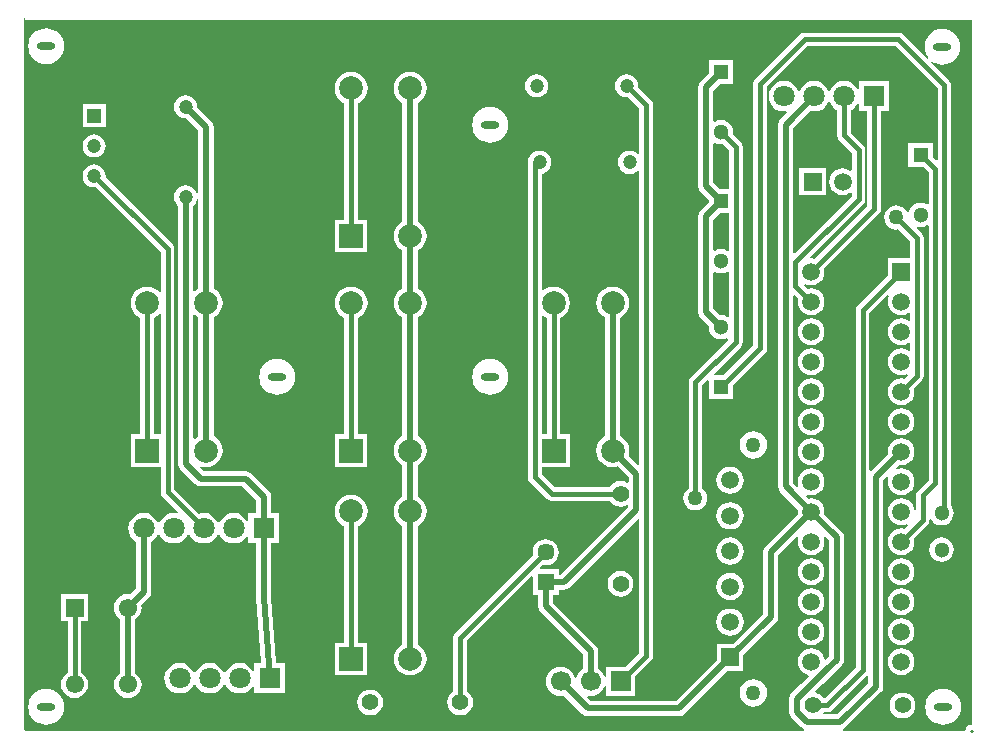
<source format=gbr>
%FSTAX23Y23*%
%MOIN*%
%SFA1B1*%

%IPPOS*%
%ADD10C,0.015000*%
%ADD11C,0.020000*%
%ADD12C,0.010000*%
%ADD13C,0.070866*%
%ADD14R,0.070866X0.070866*%
%ADD15R,0.078740X0.078740*%
%ADD16C,0.078740*%
%ADD17C,0.047244*%
%ADD18R,0.057087X0.057087*%
%ADD19C,0.057087*%
%ADD20C,0.059843*%
%ADD21C,0.050000*%
%ADD22R,0.059843X0.059843*%
%ADD23C,0.051181*%
%ADD24R,0.051181X0.051181*%
%ADD25O,0.061024X0.023622*%
%ADD26R,0.059055X0.059055*%
%ADD27C,0.059055*%
%ADD28C,0.051181*%
%ADD29C,0.055118*%
%ADD30R,0.047244X0.047244*%
%ADD31C,0.061024*%
%ADD32R,0.061024X0.061024*%
%ADD33R,0.066929X0.066929*%
%ADD34C,0.066929*%
%ADD35C,0.050000*%
%LNpcb_en1093_copper_signal_top-1*%
%LPD*%
G36*
X-00005Y0237D02*
X0315D01*
Y0002*
X03142Y00019*
X03135Y00014*
X03135Y00014*
X0313Y00007*
X03129Y0*
X0272*
X0272Y00005*
X02721Y00005*
X02729Y00011*
X02848Y00129*
X02853Y00137*
X02855Y00147*
Y00834*
X02868Y00847*
X02872Y00844*
X02871Y00841*
X0287Y0083*
X02871Y00818*
X02876Y00807*
X02883Y00798*
X02892Y00791*
X02903Y00786*
X02915Y00785*
X02926Y00786*
X02937Y00791*
X02946Y00798*
X02953Y00807*
X02958Y00818*
X02959Y0083*
X02958Y00841*
X02953Y00852*
X02946Y00861*
X02937Y00868*
X02926Y00873*
X02915Y00874*
X02903Y00873*
X029Y00872*
X02897Y00876*
X02907Y00886*
X02915Y00885*
X02926Y00886*
X02937Y00891*
X02946Y00898*
X02953Y00907*
X02958Y00918*
X02959Y0093*
X02958Y00941*
X02953Y00952*
X02946Y00961*
X02937Y00968*
X02926Y00973*
X02915Y00974*
X02903Y00973*
X02892Y00968*
X02883Y00961*
X02876Y00952*
X02871Y00941*
X0287Y0093*
X02871Y00922*
X02814Y00865*
X02809Y00868*
Y01392*
X02871Y01453*
X02875Y0145*
X02871Y01441*
X0287Y0143*
X02871Y01418*
X02876Y01407*
X02883Y01398*
X02892Y01391*
X02903Y01386*
X02915Y01385*
X02926Y01386*
X02937Y01391*
X0294Y01393*
X02945Y01391*
Y01368*
X0294Y01366*
X02937Y01368*
X02926Y01373*
X02915Y01374*
X02903Y01373*
X02892Y01368*
X02883Y01361*
X02876Y01352*
X02871Y01341*
X0287Y0133*
X02871Y01318*
X02876Y01307*
X02883Y01298*
X02892Y01291*
X02903Y01286*
X02915Y01285*
X02926Y01286*
X02937Y01291*
X0294Y01293*
X02945Y01291*
Y01268*
X0294Y01266*
X02937Y01268*
X02926Y01273*
X02915Y01274*
X02903Y01273*
X02892Y01268*
X02883Y01261*
X02876Y01252*
X02871Y01241*
X0287Y0123*
X02871Y01218*
X02876Y01207*
X02883Y01198*
X02892Y01191*
X02903Y01186*
X02915Y01185*
X02926Y01186*
X02935Y0119*
X02938Y01186*
X02926Y01173*
X02915Y01174*
X02903Y01173*
X02892Y01168*
X02883Y01161*
X02876Y01152*
X02871Y01141*
X0287Y0113*
X02871Y01118*
X02876Y01107*
X02883Y01098*
X02892Y01091*
X02903Y01086*
X02915Y01085*
X02926Y01086*
X02937Y01091*
X02946Y01098*
X02953Y01107*
X02958Y01118*
X02959Y0113*
X02958Y01141*
X02984Y01166*
X02989Y01174*
X0299Y01183*
Y01642*
X02989Y0165*
X02984Y01658*
X02965Y01676*
X02968Y0168*
X02969Y0168*
X0298Y01679*
X0299Y0168*
X03Y01684*
X03001Y01685*
X03006Y01683*
Y00835*
X0297Y008*
X02965Y00792*
X02964Y00784*
Y00736*
X02959Y00736*
X02958Y00741*
X02953Y00752*
X02946Y00761*
X02937Y00768*
X02926Y00773*
X02915Y00774*
X02903Y00773*
X02892Y00768*
X02883Y00761*
X02876Y00752*
X02871Y00741*
X0287Y0073*
X02871Y00718*
X02876Y00707*
X02883Y00698*
X02892Y00691*
X02903Y00686*
X02915Y00685*
X02926Y00686*
X02935Y0069*
X02938Y00686*
X02926Y00673*
X02915Y00674*
X02903Y00673*
X02892Y00668*
X02883Y00661*
X02876Y00652*
X02871Y00641*
X0287Y0063*
X02871Y00618*
X02876Y00607*
X02883Y00598*
X02892Y00591*
X02903Y00586*
X02915Y00585*
X02926Y00586*
X02937Y00591*
X02946Y00598*
X02953Y00607*
X02958Y00618*
X02959Y0063*
X02958Y00641*
X03003Y00685*
X03008Y00693*
X03009Y00702*
Y00703*
X03013Y00704*
X03014Y00705*
X03021Y00697*
X03029Y0069*
X03039Y00686*
X0305Y00685*
X0306Y00686*
X0307Y0069*
X03078Y00697*
X03085Y00705*
X03089Y00715*
X0309Y00726*
X03089Y00736*
X03085Y00746*
X03081Y00751*
Y02151*
X0308Y02159*
X03075Y02167*
X03013Y02229*
X03016Y02232*
X03019Y0223*
X03029Y02224*
X03041Y02221*
X03052Y0222*
X03064Y02221*
X03075Y02224*
X03085Y0223*
X03094Y02237*
X03102Y02246*
X03107Y02257*
X03111Y02268*
X03112Y0228*
X03111Y02291*
X03107Y02302*
X03102Y02313*
X03094Y02322*
X03085Y02329*
X03075Y02335*
X03064Y02338*
X03052Y02339*
X03041Y02338*
X03029Y02335*
X03019Y02329*
X0301Y02322*
X03003Y02313*
X02997Y02302*
X02994Y02291*
X02993Y0228*
X02994Y02268*
X02997Y02257*
X03003Y02246*
X03005Y02243*
X03001Y0224*
X02921Y02321*
X02913Y02326*
X02905Y02327*
X02593*
X02584Y02326*
X02576Y02321*
X02428Y02173*
X02423Y02165*
X02422Y02157*
Y01284*
X02323Y01185*
X02292*
X0229Y0119*
X0238Y01279*
X02385Y01287*
X02386Y01296*
Y01946*
X02385Y01954*
X0238Y01962*
X02354Y01987*
X02355Y01995*
X02354Y02005*
X0235Y02015*
X02343Y02023*
X02335Y0203*
X02325Y02034*
X02315Y02035*
X02304Y02034*
X02294Y0203*
X02293Y0203*
X02289Y02032*
Y02133*
X0231Y02154*
X02355*
Y02235*
X02274*
Y0219*
X02245Y02162*
X0224Y02153*
X02238Y02144*
Y01816*
X0224Y01806*
X02245Y01797*
X02274Y01769*
Y0176*
X02245Y01732*
X0224Y01723*
X02238Y01714*
Y01396*
X0224Y01386*
X02245Y01377*
X02274Y01349*
X02274Y01345*
X02275Y01334*
X02279Y01324*
X02286Y01316*
X02294Y01309*
X02304Y01305*
X02315Y01304*
X02325Y01305*
X02333Y01308*
X02338Y01306*
X02338Y01305*
X02339Y01303*
X02212Y01177*
X02207Y01169*
X02206Y01161*
Y00807*
X022Y00803*
X02194Y00795*
X0219Y00785*
X02188Y00775*
X0219Y00764*
X02194Y00754*
X022Y00746*
X02208Y0074*
X02218Y00736*
X02229Y00734*
X02239Y00736*
X02249Y0074*
X02257Y00746*
X02263Y00754*
X02267Y00764*
X02269Y00775*
X02267Y00785*
X02263Y00795*
X02257Y00803*
X02251Y00807*
Y01151*
X02269Y01169*
X02274Y01167*
Y01104*
X02355*
Y01153*
X02461Y01258*
X02466Y01266*
X02467Y01275*
Y02147*
X02602Y02282*
X02895*
X03036Y02141*
Y01902*
X03031Y01901*
X0302Y01911*
Y0196*
X02939*
Y01879*
X02988*
X03006Y01861*
Y01756*
X03001Y01754*
X03Y01755*
X0299Y01759*
X0298Y0176*
X02969Y01759*
X02959Y01755*
X02951Y01748*
X02944Y0174*
X0294Y0173*
X0294Y01729*
X02935Y01728*
X02933Y01731*
X02927Y01739*
X02919Y01745*
X02909Y01749*
X02899Y01751*
X02888Y01749*
X02878Y01745*
X0287Y01739*
X02864Y01731*
X0286Y01721*
X02858Y01711*
X0286Y017*
X02864Y0169*
X0287Y01682*
X02878Y01676*
X02888Y01672*
X02899Y0167*
X02905Y01671*
X02945Y01632*
Y01574*
X0287*
Y01517*
X0277Y01418*
X02765Y0141*
X02764Y01402*
Y00213*
X0266Y00109*
X02654Y00109*
X0265Y00115*
X02641Y00122*
X02631Y00126*
X0263Y00126*
X02629Y00131*
X02655Y00157*
X02655Y00157*
X02687Y00189*
X02687Y00189*
X02718Y00219*
X02723Y00228*
X02725Y00237*
Y00645*
X02723Y00654*
X02718Y00663*
X02658Y00722*
X02659Y0073*
X02658Y00741*
X02653Y00752*
X02646Y00761*
X02637Y00768*
X02626Y00773*
X02615Y00774*
X02607Y00773*
X02597Y00783*
X026Y00787*
X02603Y00786*
X02615Y00785*
X02626Y00786*
X02637Y00791*
X02646Y00798*
X02653Y00807*
X02658Y00818*
X02659Y0083*
X02658Y00841*
X02653Y00852*
X02646Y00861*
X02637Y00868*
X02626Y00873*
X02615Y00874*
X02603Y00873*
X02592Y00868*
X02583Y00861*
X02576Y00852*
X02571Y00841*
X0257Y0083*
X02571Y00818*
X02572Y00815*
X02568Y00812*
X02555Y00825*
Y0145*
X0256Y01451*
X02571Y01441*
X0257Y0143*
X02571Y01418*
X02576Y01407*
X02583Y01398*
X02592Y01391*
X02603Y01386*
X02615Y01385*
X02626Y01386*
X02637Y01391*
X02646Y01398*
X02653Y01407*
X02658Y01418*
X02659Y0143*
X02658Y01441*
X02653Y01452*
X02646Y01461*
X02637Y01468*
X02626Y01473*
X02615Y01474*
X02603Y01473*
X02591Y01486*
X02594Y0149*
X02603Y01486*
X02615Y01485*
X02626Y01486*
X02637Y01491*
X02646Y01498*
X02653Y01507*
X02658Y01518*
X02659Y0153*
X02658Y01541*
X02841Y01723*
X02846Y01731*
X02847Y0174*
Y02064*
X02875*
Y02165*
X02774*
Y0214*
X02769Y02139*
X02769Y0214*
X0276Y0215*
X0275Y02159*
X02738Y02164*
X02725Y02165*
X02711Y02164*
X02699Y02159*
X02689Y0215*
X0268Y0214*
X02677Y02132*
X02672*
X02669Y0214*
X0266Y0215*
X0265Y02159*
X02638Y02164*
X02625Y02165*
X02611Y02164*
X02599Y02159*
X02589Y0215*
X0258Y0214*
X02577Y02132*
X02572*
X02569Y0214*
X0256Y0215*
X0255Y02159*
X02538Y02164*
X02525Y02165*
X02511Y02164*
X02499Y02159*
X02489Y0215*
X0248Y0214*
X02475Y02128*
X02474Y02115*
X02475Y02101*
X0248Y02089*
X02489Y02079*
X02499Y0207*
X02511Y02065*
X02525Y02064*
X02531Y02065*
X02534Y0206*
X02512Y02038*
X02506Y0203*
X02504Y0202*
Y00814*
X02506Y00804*
X02512Y00796*
X02571Y00737*
X0257Y0073*
X02571Y00722*
X02461Y00613*
X02456Y00604*
X02454Y00595*
Y0039*
X02353Y00289*
X023*
Y00235*
X02163Y00099*
X01881*
X01868Y00112*
X0187Y00117*
X0188Y00116*
X01892Y00117*
X01904Y00122*
X01914Y0013*
X01922Y0014*
X01926Y0015*
X01931Y00149*
Y00116*
X02028*
Y00181*
X02081Y00233*
X02086Y00241*
X02088Y0025*
Y02084*
X02086Y02093*
X02081Y02101*
X02038Y02144*
X02038Y0215*
X02037Y0216*
X02033Y02169*
X02027Y02177*
X02019Y02183*
X0201Y02187*
X02Y02188*
X01989Y02187*
X0198Y02183*
X01972Y02177*
X01966Y02169*
X01962Y0216*
X01961Y0215*
X01962Y02139*
X01966Y0213*
X01972Y02122*
X0198Y02116*
X01989Y02112*
X02Y02111*
X02005Y02111*
X02042Y02075*
Y01924*
X0204Y01923*
X02037Y01922*
X02029Y01928*
X0202Y01932*
X0201Y01933*
X01999Y01932*
X0199Y01928*
X01982Y01922*
X01976Y01914*
X01972Y01905*
X01971Y01895*
X01972Y01884*
X01976Y01875*
X01982Y01867*
X0199Y01861*
X01999Y01857*
X0201Y01856*
X0202Y01857*
X02029Y01861*
X02037Y01867*
X0204Y01866*
X02042Y01865*
Y00887*
X02037Y00885*
X02005Y00917*
X02006Y00919*
X02008Y00933*
X02006Y00948*
X02Y00961*
X01992Y00972*
X0198Y00981*
X01978Y00982*
Y01377*
X0198Y01378*
X01992Y01387*
X02Y01398*
X02006Y01411*
X02008Y01426*
X02006Y0144*
X02Y01453*
X01992Y01464*
X0198Y01473*
X01967Y01479*
X01953Y0148*
X01939Y01479*
X01926Y01473*
X01914Y01464*
X01905Y01453*
X019Y0144*
X01898Y01426*
X019Y01411*
X01905Y01398*
X01914Y01387*
X01926Y01378*
X01927Y01377*
Y00982*
X01926Y00981*
X01914Y00972*
X01905Y00961*
X019Y00948*
X01898Y00933*
X019Y00919*
X01905Y00906*
X01914Y00895*
X01926Y00886*
X01939Y0088*
X01953Y00879*
X01967Y0088*
X01969Y00881*
X02007Y00844*
Y00828*
X02002Y00826*
X02001Y00827*
X01991Y00831*
X0198Y00832*
X01968Y00831*
X01958Y00827*
X01949Y0082*
X01943Y00812*
X01759*
X01716Y00855*
Y00879*
X0181*
Y00988*
X01779*
Y01376*
X01783Y01378*
X01795Y01387*
X01804Y01398*
X01809Y01411*
X01811Y01426*
X01809Y0144*
X01804Y01453*
X01795Y01464*
X01783Y01473*
X0177Y01479*
X01756Y0148*
X01742Y01479*
X01729Y01473*
X01721Y01468*
X01716Y0147*
Y01856*
X0172Y01857*
X01729Y01861*
X01737Y01867*
X01743Y01875*
X01747Y01884*
X01748Y01895*
X01747Y01905*
X01743Y01914*
X01737Y01922*
X01729Y01928*
X0172Y01932*
X0171Y01933*
X01699Y01932*
X0169Y01928*
X01682Y01922*
X01676Y01914*
X01672Y01905*
X01671Y01895*
X01671Y01894*
Y00846*
X01672Y00837*
X01677Y00829*
X01733Y00773*
X01741Y00768*
X0175Y00767*
X01943*
X01949Y00759*
X01958Y00752*
X01968Y00748*
X0198Y00747*
X01991Y00748*
X02Y00752*
X02003Y00751*
X02005Y00749*
X02005Y00746*
X01779Y0052*
X01773*
Y00538*
X01712*
X0171Y00543*
X01719Y00552*
X0173Y00551*
X01741Y00552*
X01751Y00556*
X01761Y00563*
X01768Y00573*
X01772Y00583*
X01773Y00595*
X01772Y00606*
X01768Y00616*
X01761Y00626*
X01751Y00633*
X01741Y00637*
X0173Y00638*
X01718Y00637*
X01708Y00633*
X01698Y00626*
X01691Y00616*
X01687Y00606*
X01686Y00595*
X01687Y00584*
X01428Y00326*
X01423Y00318*
X01422Y0031*
Y00131*
X01414Y00125*
X01407Y00116*
X01403Y00106*
X01402Y00095*
X01403Y00083*
X01407Y00073*
X01414Y00064*
X01423Y00057*
X01433Y00053*
X01445Y00052*
X01456Y00053*
X01466Y00057*
X01475Y00064*
X01482Y00073*
X01486Y00083*
X01487Y00095*
X01486Y00106*
X01482Y00116*
X01475Y00125*
X01467Y00131*
Y003*
X01681Y00514*
X01686Y00512*
Y00451*
X01704*
Y00415*
X01706Y00405*
X01711Y00396*
X01854Y00254*
Y00206*
X01845Y00199*
X01837Y00189*
X01832Y00177*
X01832Y00175*
X01827*
X01827Y00177*
X01822Y00189*
X01814Y00199*
X01804Y00207*
X01792Y00212*
X0178Y00213*
X01767Y00212*
X01755Y00207*
X01745Y00199*
X01737Y00189*
X01732Y00177*
X01731Y00165*
X01732Y00152*
X01737Y0014*
X01745Y0013*
X01755Y00122*
X01767Y00117*
X0178Y00116*
X01791Y00117*
X01852Y00055*
X01861Y0005*
X01871Y00048*
X02174*
X02184Y0005*
X02192Y00055*
X02336Y00199*
X02389*
Y00253*
X02498Y00361*
X02503Y00369*
X02505Y00379*
Y00584*
X02568Y00647*
X02572Y00644*
X02571Y00641*
X0257Y0063*
X02571Y00618*
X02576Y00607*
X02583Y00598*
X02592Y00591*
X02603Y00586*
X02615Y00585*
X02626Y00586*
X02637Y00591*
X02646Y00598*
X02653Y00607*
X02658Y00618*
X02659Y0063*
X02658Y00641*
X02657Y00644*
X02661Y00647*
X02674Y00634*
Y00248*
X02663Y00237*
X02658Y00239*
X02658Y00241*
X02653Y00252*
X02646Y00261*
X02637Y00268*
X02626Y00273*
X02615Y00274*
X02603Y00273*
X02592Y00268*
X02583Y00261*
X02576Y00252*
X02571Y00241*
X0257Y0023*
X02571Y00218*
X02576Y00207*
X02583Y00198*
X02592Y00191*
X02603Y00186*
X02605Y00186*
X02607Y00181*
X02584Y00158*
X0258Y00155*
X02549Y00124*
X02543Y00116*
X02543Y00114*
X02543Y00114*
X02541Y00104*
Y00062*
X02543Y00052*
X02548Y00044*
X02581Y00011*
X0259Y00005*
X02591Y00005*
X0259Y0*
X-00004*
X-00005Y0*
X-0001Y00005*
Y02375*
X-00005*
Y0237*
G37*
G36*
X0268Y02089D02*
X02689Y02079D01*
X02699Y0207*
X02702Y02069*
Y01984*
X02703Y01975*
X02708Y01967*
X0275Y01926*
Y01868*
X02745Y01866*
X02742Y01868*
X02731Y01873*
X0272Y01874*
X02708Y01873*
X02697Y01868*
X02688Y01861*
X02681Y01852*
X02676Y01841*
X02675Y0183*
X02676Y01818*
X02681Y01807*
X02688Y01798*
X02697Y01791*
X02708Y01786*
X0272Y01785*
X02731Y01786*
X02742Y01791*
X02745Y01793*
X0275Y01791*
Y01781*
X0256Y01592*
X02555Y01593*
Y02009*
X02611Y02065*
X02625Y02064*
X02638Y02065*
X0265Y0207*
X0266Y02079*
X02669Y02089*
X02672Y02097*
X02677*
X0268Y02089*
G37*
G36*
X02294Y01959D02*
X02304Y01955D01*
X02315Y01954*
X02322Y01955*
X02341Y01936*
Y01805*
X0231*
X02289Y01826*
Y01957*
X02293Y01959*
X02294Y01959*
G37*
G36*
X02341Y01601D02*
X02336Y01599D01*
X02335Y016*
X02325Y01604*
X02315Y01605*
X02304Y01604*
X02294Y016*
X02293Y016*
X02289Y01602*
Y01703*
X0231Y01724*
X02341*
Y01601*
G37*
G36*
X02774Y02089D02*
Y02064D01*
X02802*
Y01749*
X02626Y01573*
X02615Y01574*
X02614Y01576*
X02612Y01579*
X02789Y01755*
X02794Y01763*
X02795Y01772*
Y01936*
X02794Y01944*
X02789Y01952*
X02747Y01993*
Y02069*
X0275Y0207*
X0276Y02079*
X02769Y02089*
X02769Y0209*
X02774Y02089*
G37*
G36*
X02341Y01528D02*
Y01381D01*
X02336Y01379*
X02335Y0138*
X02325Y01384*
X02315Y01385*
X0231Y01385*
X02289Y01406*
Y01527*
X02293Y01529*
X02294Y01529*
X02304Y01525*
X02315Y01524*
X02325Y01525*
X02335Y01529*
X02336Y0153*
X02341Y01528*
G37*
G36*
X01729Y01378D02*
X01733Y01376D01*
Y00988*
X01716*
Y01381*
X01721Y01384*
X01729Y01378*
G37*
G36*
X02042Y00704D02*
Y00259D01*
X01996Y00213*
X01931*
Y0018*
X01926Y00179*
X01922Y00189*
X01914Y00199*
X01905Y00206*
Y00265*
X01903Y00274*
X01898Y00283*
X01755Y00425*
Y00451*
X01773*
Y00469*
X0179*
X01799Y00471*
X01808Y00476*
X02037Y00706*
X02042Y00704*
G37*
G36*
X02804Y00181D02*
Y00158D01*
X02701Y00054*
X02658*
X02655Y00059*
X02657Y00062*
X02668*
X02677Y00063*
X02684Y00068*
X02799Y00183*
X02804Y00181*
G37*
%LNpcb_en1093_copper_signal_top-2*%
%LPC*%
G36*
X00065Y02341D02*
X00053Y0234D01*
X00042Y02337*
X00031Y02331*
X00022Y02324*
X00015Y02315*
X00009Y02305*
X00006Y02293*
X00005Y02282*
X00006Y0227*
X00009Y02259*
X00015Y02249*
X00022Y0224*
X00031Y02232*
X00042Y02227*
X00053Y02223*
X00065Y02222*
X00076Y02223*
X00087Y02227*
X00098Y02232*
X00107Y0224*
X00114Y02249*
X0012Y02259*
X00123Y0227*
X00124Y02282*
X00123Y02293*
X0012Y02305*
X00114Y02315*
X00107Y02324*
X00098Y02331*
X00087Y02337*
X00076Y0234*
X00065Y02341*
G37*
G36*
X017Y02188D02*
X01689Y02187D01*
X0168Y02183*
X01672Y02177*
X01666Y02169*
X01662Y0216*
X01661Y0215*
X01662Y02139*
X01666Y0213*
X01672Y02122*
X0168Y02116*
X01689Y02112*
X017Y02111*
X0171Y02112*
X01719Y02116*
X01727Y02122*
X01733Y0213*
X01737Y02139*
X01738Y0215*
X01737Y0216*
X01733Y02169*
X01727Y02177*
X01719Y02183*
X0171Y02187*
X017Y02188*
G37*
G36*
X00263Y02088D02*
X00186D01*
Y02011*
X00263*
Y02088*
G37*
G36*
X01545Y02079D02*
X01533Y02078D01*
X01522Y02075*
X01511Y02069*
X01502Y02062*
X01495Y02053*
X01489Y02042*
X01486Y02031*
X01485Y0202*
X01486Y02008*
X01489Y01997*
X01495Y01986*
X01502Y01977*
X01511Y0197*
X01522Y01964*
X01533Y01961*
X01545Y0196*
X01556Y01961*
X01567Y01964*
X01578Y0197*
X01587Y01977*
X01594Y01986*
X016Y01997*
X01603Y02008*
X01604Y0202*
X01603Y02031*
X016Y02042*
X01594Y02053*
X01587Y02062*
X01578Y02069*
X01567Y02075*
X01556Y02078*
X01545Y02079*
G37*
G36*
X00225Y01988D02*
X00214Y01987D01*
X00205Y01983*
X00197Y01977*
X00191Y01969*
X00187Y0196*
X00186Y0195*
X00187Y01939*
X00191Y0193*
X00197Y01922*
X00205Y01916*
X00214Y01912*
X00225Y01911*
X00235Y01912*
X00244Y01916*
X00252Y01922*
X00258Y0193*
X00262Y01939*
X00263Y0195*
X00262Y0196*
X00258Y01969*
X00252Y01977*
X00244Y01983*
X00235Y01987*
X00225Y01988*
G37*
G36*
X0053Y02118D02*
X00519Y02117D01*
X0051Y02113*
X00502Y02107*
X00496Y02099*
X00492Y0209*
X00491Y0208*
X00492Y02069*
X00496Y0206*
X00502Y02052*
X0051Y02046*
X00519Y02042*
X0053Y02041*
X00532Y02041*
X00572Y02001*
Y01788*
X00567Y01787*
X00567Y0179*
X00563Y01799*
X00557Y01807*
X00549Y01813*
X0054Y01817*
X0053Y01818*
X00519Y01817*
X0051Y01813*
X00502Y01807*
X00496Y01799*
X00492Y0179*
X00491Y0178*
X00492Y01769*
X00496Y0176*
X00502Y01752*
X00504Y0175*
Y0089*
X00506Y0088*
X00511Y00871*
X00561Y00821*
X0057Y00816*
X0058Y00814*
X00719*
X00764Y00769*
Y00725*
X00739*
Y007*
X00734Y00699*
X00734Y007*
X00725Y0071*
X00715Y00719*
X00703Y00724*
X0069Y00725*
X00676Y00724*
X00664Y00719*
X00654Y0071*
X00645Y007*
X00642Y00692*
X00637*
X00634Y007*
X00625Y0071*
X00615Y00719*
X00603Y00724*
X0059Y00725*
X00576Y00724*
X00574Y00723*
X00492Y00804*
Y01605*
X00491Y01613*
X00486Y01621*
X00263Y01844*
X00263Y0185*
X00262Y0186*
X00258Y01869*
X00252Y01877*
X00244Y01883*
X00235Y01887*
X00225Y01888*
X00214Y01887*
X00205Y01883*
X00197Y01877*
X00191Y01869*
X00187Y0186*
X00186Y0185*
X00187Y01839*
X00191Y0183*
X00197Y01822*
X00205Y01816*
X00214Y01812*
X00225Y01811*
X0023Y01811*
X00447Y01595*
Y01463*
X00442Y01462*
X0044Y01464*
X00428Y01473*
X00415Y01479*
X00401Y0148*
X00387Y01479*
X00374Y01473*
X00362Y01464*
X00354Y01453*
X00348Y0144*
X00346Y01426*
X00348Y01411*
X00354Y01398*
X00362Y01387*
X00374Y01378*
X00378Y01376*
Y00988*
X00347*
Y00879*
X00447*
Y00795*
X00448Y00786*
X00453Y00778*
X00503Y00729*
X00501Y00724*
X0049Y00725*
X00476Y00724*
X00464Y00719*
X00454Y0071*
X00445Y007*
X00442Y00692*
X00437*
X00434Y007*
X00425Y0071*
X00415Y00719*
X00403Y00724*
X0039Y00725*
X00376Y00724*
X00364Y00719*
X00354Y0071*
X00345Y007*
X0034Y00688*
X00339Y00675*
X0034Y00661*
X00345Y00649*
X00354Y00639*
X00364Y0063*
Y00474*
X00345Y00455*
X00337Y00456*
X00325Y00455*
X00314Y0045*
X00304Y00443*
X00297Y00433*
X00292Y00422*
X00291Y0041*
X00292Y00399*
X00297Y00387*
X00304Y00378*
X00311Y00373*
Y00192*
X00304Y00187*
X00297Y00177*
X00292Y00166*
X00291Y00155*
X00292Y00143*
X00297Y00132*
X00304Y00122*
X00314Y00115*
X00325Y0011*
X00337Y00109*
X00349Y0011*
X0036Y00115*
X00369Y00122*
X00376Y00132*
X00381Y00143*
X00383Y00155*
X00381Y00166*
X00376Y00177*
X00369Y00187*
X00362Y00192*
Y00373*
X00369Y00378*
X00376Y00387*
X00381Y00399*
X00383Y0041*
X00381Y00419*
X00408Y00445*
X00413Y00453*
X00415Y00463*
Y0063*
X00425Y00639*
X00434Y00649*
X00437Y00657*
X00442*
X00445Y00649*
X00454Y00639*
X00464Y0063*
X00476Y00625*
X0049Y00624*
X00503Y00625*
X00515Y0063*
X00525Y00639*
X00534Y00649*
X00537Y00657*
X00542*
X00545Y00649*
X00554Y00639*
X00564Y0063*
X00576Y00625*
X0059Y00624*
X00603Y00625*
X00615Y0063*
X00625Y00639*
X00634Y00649*
X00637Y00657*
X00642*
X00645Y00649*
X00654Y00639*
X00664Y0063*
X00676Y00625*
X0069Y00624*
X00703Y00625*
X00715Y0063*
X00725Y00639*
X00734Y00649*
X00734Y0065*
X00739Y00649*
Y00624*
X00764*
Y00445*
X00764Y00444*
X00764Y00443*
X0078Y00229*
X00777Y00225*
X00759*
Y002*
X00754Y00199*
X00754Y002*
X00745Y0021*
X00735Y00219*
X00723Y00224*
X0071Y00225*
X00696Y00224*
X00684Y00219*
X00674Y0021*
X00665Y002*
X00662Y00192*
X00657*
X00654Y002*
X00645Y0021*
X00635Y00219*
X00623Y00224*
X0061Y00225*
X00596Y00224*
X00584Y00219*
X00574Y0021*
X00565Y002*
X00562Y00192*
X00557*
X00554Y002*
X00545Y0021*
X00535Y00219*
X00523Y00224*
X0051Y00225*
X00496Y00224*
X00484Y00219*
X00474Y0021*
X00465Y002*
X0046Y00188*
X00459Y00175*
X0046Y00161*
X00465Y00149*
X00474Y00139*
X00484Y0013*
X00496Y00125*
X0051Y00124*
X00523Y00125*
X00535Y0013*
X00545Y00139*
X00554Y00149*
X00557Y00157*
X00562*
X00565Y00149*
X00574Y00139*
X00584Y0013*
X00596Y00125*
X0061Y00124*
X00623Y00125*
X00635Y0013*
X00645Y00139*
X00654Y00149*
X00657Y00157*
X00662*
X00665Y00149*
X00674Y00139*
X00684Y0013*
X00696Y00125*
X0071Y00124*
X00723Y00125*
X00735Y0013*
X00745Y00139*
X00754Y00149*
X00754Y0015*
X00759Y00149*
Y00124*
X0086*
Y00225*
X00831*
X00815Y00445*
Y00624*
X0084*
Y00725*
X00815*
Y0078*
X00813Y00789*
X00808Y00798*
X00748Y00858*
X00739Y00863*
X0073Y00865*
X0059*
X00577Y00878*
X0058Y00882*
X00584Y0088*
X00598Y00879*
X00612Y0088*
X00625Y00886*
X00637Y00895*
X00645Y00906*
X00651Y00919*
X00653Y00933*
X00651Y00948*
X00645Y00961*
X00637Y00972*
X00625Y00981*
X00623Y00982*
Y01377*
X00625Y01378*
X00637Y01387*
X00645Y01398*
X00651Y01411*
X00653Y01426*
X00651Y0144*
X00645Y01453*
X00637Y01464*
X00625Y01473*
X00623Y01474*
Y02011*
X00621Y02021*
X00616Y02029*
X00568Y02077*
X00568Y0208*
X00567Y0209*
X00563Y02099*
X00557Y02107*
X00549Y02113*
X0054Y02117*
X0053Y02118*
G37*
G36*
X01081Y02195D02*
X01067Y02194D01*
X01054Y02188*
X01042Y02179*
X01034Y02168*
X01028Y02155*
X01026Y02141*
X01028Y02126*
X01034Y02113*
X01042Y02102*
X01054Y02093*
X01058Y02091*
Y01703*
X01027*
Y01594*
X01135*
Y01703*
X01104*
Y02091*
X01108Y02093*
X0112Y02102*
X01129Y02113*
X01134Y02126*
X01136Y02141*
X01134Y02155*
X01129Y02168*
X0112Y02179*
X01108Y02188*
X01095Y02194*
X01081Y02195*
G37*
G36*
X02615Y01374D02*
X02603Y01373D01*
X02592Y01368*
X02583Y01361*
X02576Y01352*
X02571Y01341*
X0257Y0133*
X02571Y01318*
X02576Y01307*
X02583Y01298*
X02592Y01291*
X02603Y01286*
X02615Y01285*
X02626Y01286*
X02637Y01291*
X02646Y01298*
X02653Y01307*
X02658Y01318*
X02659Y0133*
X02658Y01341*
X02653Y01352*
X02646Y01361*
X02637Y01368*
X02626Y01373*
X02615Y01374*
G37*
G36*
Y01274D02*
X02603Y01273D01*
X02592Y01268*
X02583Y01261*
X02576Y01252*
X02571Y01241*
X0257Y0123*
X02571Y01218*
X02576Y01207*
X02583Y01198*
X02592Y01191*
X02603Y01186*
X02615Y01185*
X02626Y01186*
X02637Y01191*
X02646Y01198*
X02653Y01207*
X02658Y01218*
X02659Y0123*
X02658Y01241*
X02653Y01252*
X02646Y01261*
X02637Y01268*
X02626Y01273*
X02615Y01274*
G37*
G36*
X01545Y01239D02*
X01533Y01238D01*
X01522Y01235*
X01511Y01229*
X01502Y01222*
X01495Y01213*
X01489Y01202*
X01486Y01191*
X01485Y0118*
X01486Y01168*
X01489Y01157*
X01495Y01146*
X01502Y01137*
X01511Y0113*
X01522Y01124*
X01533Y01121*
X01545Y0112*
X01556Y01121*
X01567Y01124*
X01578Y0113*
X01587Y01137*
X01594Y01146*
X016Y01157*
X01603Y01168*
X01604Y0118*
X01603Y01191*
X016Y01202*
X01594Y01213*
X01587Y01222*
X01578Y01229*
X01567Y01235*
X01556Y01238*
X01545Y01239*
G37*
G36*
X00835D02*
X00823Y01238D01*
X00812Y01235*
X00801Y01229*
X00792Y01222*
X00785Y01213*
X00779Y01202*
X00776Y01191*
X00775Y0118*
X00776Y01168*
X00779Y01157*
X00785Y01146*
X00792Y01137*
X00801Y0113*
X00812Y01124*
X00823Y01121*
X00835Y0112*
X00846Y01121*
X00857Y01124*
X00868Y0113*
X00877Y01137*
X00884Y01146*
X0089Y01157*
X00893Y01168*
X00894Y0118*
X00893Y01191*
X0089Y01202*
X00884Y01213*
X00877Y01222*
X00868Y01229*
X00857Y01235*
X00846Y01238*
X00835Y01239*
G37*
G36*
X02615Y01174D02*
X02603Y01173D01*
X02592Y01168*
X02583Y01161*
X02576Y01152*
X02571Y01141*
X0257Y0113*
X02571Y01118*
X02576Y01107*
X02583Y01098*
X02592Y01091*
X02603Y01086*
X02615Y01085*
X02626Y01086*
X02637Y01091*
X02646Y01098*
X02653Y01107*
X02658Y01118*
X02659Y0113*
X02658Y01141*
X02653Y01152*
X02646Y01161*
X02637Y01168*
X02626Y01173*
X02615Y01174*
G37*
G36*
X02915Y01074D02*
X02903Y01073D01*
X02892Y01068*
X02883Y01061*
X02876Y01052*
X02871Y01041*
X0287Y0103*
X02871Y01018*
X02876Y01007*
X02883Y00998*
X02892Y00991*
X02903Y00986*
X02915Y00985*
X02926Y00986*
X02937Y00991*
X02946Y00998*
X02953Y01007*
X02958Y01018*
X02959Y0103*
X02958Y01041*
X02953Y01052*
X02946Y01061*
X02937Y01068*
X02926Y01073*
X02915Y01074*
G37*
G36*
X02615D02*
X02603Y01073D01*
X02592Y01068*
X02583Y01061*
X02576Y01052*
X02571Y01041*
X0257Y0103*
X02571Y01018*
X02576Y01007*
X02583Y00998*
X02592Y00991*
X02603Y00986*
X02615Y00985*
X02626Y00986*
X02637Y00991*
X02646Y00998*
X02653Y01007*
X02658Y01018*
X02659Y0103*
X02658Y01041*
X02653Y01052*
X02646Y01061*
X02637Y01068*
X02626Y01073*
X02615Y01074*
G37*
G36*
X02422Y00998D02*
X0241Y00996D01*
X02399Y00992*
X0239Y00985*
X02382Y00975*
X02378Y00964*
X02376Y00953*
X02378Y00941*
X02382Y0093*
X0239Y00921*
X02399Y00913*
X0241Y00909*
X02422Y00907*
X02433Y00909*
X02444Y00913*
X02454Y00921*
X02461Y0093*
X02466Y00941*
X02467Y00953*
X02466Y00964*
X02461Y00975*
X02454Y00985*
X02444Y00992*
X02433Y00996*
X02422Y00998*
G37*
G36*
X02615Y00974D02*
X02603Y00973D01*
X02592Y00968*
X02583Y00961*
X02576Y00952*
X02571Y00941*
X0257Y0093*
X02571Y00918*
X02576Y00907*
X02583Y00898*
X02592Y00891*
X02603Y00886*
X02615Y00885*
X02626Y00886*
X02637Y00891*
X02646Y00898*
X02653Y00907*
X02658Y00918*
X02659Y0093*
X02658Y00941*
X02653Y00952*
X02646Y00961*
X02637Y00968*
X02626Y00973*
X02615Y00974*
G37*
G36*
X01081Y0148D02*
X01067Y01479D01*
X01054Y01473*
X01042Y01464*
X01034Y01453*
X01028Y0144*
X01026Y01426*
X01028Y01411*
X01034Y01398*
X01042Y01387*
X01054Y01378*
X01058Y01376*
Y00988*
X01027*
Y00879*
X01135*
Y00988*
X01104*
Y01376*
X01108Y01378*
X0112Y01387*
X01129Y01398*
X01134Y01411*
X01136Y01426*
X01134Y0144*
X01129Y01453*
X0112Y01464*
X01108Y01473*
X01095Y01479*
X01081Y0148*
G37*
G36*
X02345Y0088D02*
X02333Y00878D01*
X02322Y00874*
X02312Y00867*
X02305Y00857*
X02301Y00846*
X02299Y00835*
X02301Y00823*
X02305Y00812*
X02312Y00802*
X02322Y00795*
X02333Y00791*
X02345Y00789*
X02356Y00791*
X02367Y00795*
X02377Y00802*
X02384Y00812*
X02388Y00823*
X0239Y00835*
X02388Y00846*
X02384Y00857*
X02377Y00867*
X02367Y00874*
X02356Y00878*
X02345Y0088*
G37*
G36*
Y00762D02*
X02333Y0076D01*
X02322Y00756*
X02312Y00748*
X02305Y00739*
X02301Y00728*
X02299Y00716*
X02301Y00705*
X02305Y00694*
X02312Y00684*
X02322Y00677*
X02333Y00673*
X02345Y00671*
X02356Y00673*
X02367Y00677*
X02377Y00684*
X02384Y00694*
X02388Y00705*
X0239Y00716*
X02388Y00728*
X02384Y00739*
X02377Y00748*
X02367Y00756*
X02356Y0076*
X02345Y00762*
G37*
G36*
X0305Y00644D02*
X03039Y00643D01*
X03029Y00639*
X03021Y00632*
X03014Y00624*
X0301Y00614*
X03009Y00603*
X0301Y00593*
X03014Y00583*
X03021Y00575*
X03029Y00568*
X03039Y00564*
X0305Y00563*
X0306Y00564*
X0307Y00568*
X03078Y00575*
X03085Y00583*
X03089Y00593*
X0309Y00603*
X03089Y00614*
X03085Y00624*
X03078Y00632*
X0307Y00639*
X0306Y00643*
X0305Y00644*
G37*
G36*
X02345Y00644D02*
X02333Y00642D01*
X02322Y00638*
X02312Y0063*
X02305Y00621*
X02301Y0061*
X02299Y00598*
X02301Y00587*
X02305Y00576*
X02312Y00566*
X02322Y00559*
X02333Y00555*
X02345Y00553*
X02356Y00555*
X02367Y00559*
X02377Y00566*
X02384Y00576*
X02388Y00587*
X0239Y00598*
X02388Y0061*
X02384Y00621*
X02377Y0063*
X02367Y00638*
X02356Y00642*
X02345Y00644*
G37*
G36*
X02915Y00574D02*
X02903Y00573D01*
X02892Y00568*
X02883Y00561*
X02876Y00552*
X02871Y00541*
X0287Y0053*
X02871Y00518*
X02876Y00507*
X02883Y00498*
X02892Y00491*
X02903Y00486*
X02915Y00485*
X02926Y00486*
X02937Y00491*
X02946Y00498*
X02953Y00507*
X02958Y00518*
X02959Y0053*
X02958Y00541*
X02953Y00552*
X02946Y00561*
X02937Y00568*
X02926Y00573*
X02915Y00574*
G37*
G36*
X02615D02*
X02603Y00573D01*
X02592Y00568*
X02583Y00561*
X02576Y00552*
X02571Y00541*
X0257Y0053*
X02571Y00518*
X02576Y00507*
X02583Y00498*
X02592Y00491*
X02603Y00486*
X02615Y00485*
X02626Y00486*
X02637Y00491*
X02646Y00498*
X02653Y00507*
X02658Y00518*
X02659Y0053*
X02658Y00541*
X02653Y00552*
X02646Y00561*
X02637Y00568*
X02626Y00573*
X02615Y00574*
G37*
G36*
X02345Y00525D02*
X02333Y00524D01*
X02322Y00519*
X02312Y00512*
X02305Y00503*
X02301Y00492*
X02299Y0048*
X02301Y00468*
X02305Y00458*
X02312Y00448*
X02322Y00441*
X02333Y00436*
X02345Y00435*
X02356Y00436*
X02367Y00441*
X02377Y00448*
X02384Y00458*
X02388Y00468*
X0239Y0048*
X02388Y00492*
X02384Y00503*
X02377Y00512*
X02367Y00519*
X02356Y00524*
X02345Y00525*
G37*
G36*
X02915Y00474D02*
X02903Y00473D01*
X02892Y00468*
X02883Y00461*
X02876Y00452*
X02871Y00441*
X0287Y0043*
X02871Y00418*
X02876Y00407*
X02883Y00398*
X02892Y00391*
X02903Y00386*
X02915Y00385*
X02926Y00386*
X02937Y00391*
X02946Y00398*
X02953Y00407*
X02958Y00418*
X02959Y0043*
X02958Y00441*
X02953Y00452*
X02946Y00461*
X02937Y00468*
X02926Y00473*
X02915Y00474*
G37*
G36*
X02615D02*
X02603Y00473D01*
X02592Y00468*
X02583Y00461*
X02576Y00452*
X02571Y00441*
X0257Y0043*
X02571Y00418*
X02576Y00407*
X02583Y00398*
X02592Y00391*
X02603Y00386*
X02615Y00385*
X02626Y00386*
X02637Y00391*
X02646Y00398*
X02653Y00407*
X02658Y00418*
X02659Y0043*
X02658Y00441*
X02653Y00452*
X02646Y00461*
X02637Y00468*
X02626Y00473*
X02615Y00474*
G37*
G36*
X02345Y00407D02*
X02333Y00406D01*
X02322Y00401*
X02312Y00394*
X02305Y00385*
X02301Y00374*
X02299Y00362*
X02301Y0035*
X02305Y00339*
X02312Y0033*
X02322Y00323*
X02333Y00318*
X02345Y00317*
X02356Y00318*
X02367Y00323*
X02377Y0033*
X02384Y00339*
X02388Y0035*
X0239Y00362*
X02388Y00374*
X02384Y00385*
X02377Y00394*
X02367Y00401*
X02356Y00406*
X02345Y00407*
G37*
G36*
X02915Y00374D02*
X02903Y00373D01*
X02892Y00368*
X02883Y00361*
X02876Y00352*
X02871Y00341*
X0287Y0033*
X02871Y00318*
X02876Y00307*
X02883Y00298*
X02892Y00291*
X02903Y00286*
X02915Y00285*
X02926Y00286*
X02937Y00291*
X02946Y00298*
X02953Y00307*
X02958Y00318*
X02959Y0033*
X02958Y00341*
X02953Y00352*
X02946Y00361*
X02937Y00368*
X02926Y00373*
X02915Y00374*
G37*
G36*
X02615D02*
X02603Y00373D01*
X02592Y00368*
X02583Y00361*
X02576Y00352*
X02571Y00341*
X0257Y0033*
X02571Y00318*
X02576Y00307*
X02583Y00298*
X02592Y00291*
X02603Y00286*
X02615Y00285*
X02626Y00286*
X02637Y00291*
X02646Y00298*
X02653Y00307*
X02658Y00318*
X02659Y0033*
X02658Y00341*
X02653Y00352*
X02646Y00361*
X02637Y00368*
X02626Y00373*
X02615Y00374*
G37*
G36*
X02915Y00274D02*
X02903Y00273D01*
X02892Y00268*
X02883Y00261*
X02876Y00252*
X02871Y00241*
X0287Y0023*
X02871Y00218*
X02876Y00207*
X02883Y00198*
X02892Y00191*
X02903Y00186*
X02915Y00185*
X02926Y00186*
X02937Y00191*
X02946Y00198*
X02953Y00207*
X02958Y00218*
X02959Y0023*
X02958Y00241*
X02953Y00252*
X02946Y00261*
X02937Y00268*
X02926Y00273*
X02915Y00274*
G37*
G36*
X01081Y00785D02*
X01067Y00784D01*
X01054Y00778*
X01042Y00769*
X01034Y00758*
X01028Y00745*
X01026Y00731*
X01028Y00716*
X01034Y00703*
X01042Y00692*
X01054Y00683*
X01058Y00681*
Y00293*
X01027*
Y00184*
X01135*
Y00293*
X01104*
Y00681*
X01108Y00683*
X0112Y00692*
X01129Y00703*
X01134Y00716*
X01136Y00731*
X01134Y00745*
X01129Y00758*
X0112Y00769*
X01108Y00778*
X01095Y00784*
X01081Y00785*
G37*
G36*
X01278Y02195D02*
X01264Y02194D01*
X01251Y02188*
X01239Y02179*
X0123Y02168*
X01225Y02155*
X01223Y02141*
X01225Y02126*
X0123Y02113*
X01239Y02102*
X01251Y02093*
X01252Y02092*
Y01697*
X01251Y01696*
X01239Y01687*
X0123Y01676*
X01225Y01663*
X01223Y01648*
X01225Y01634*
X0123Y01621*
X01239Y0161*
X01251Y01601*
X01252Y016*
Y01474*
X01251Y01473*
X01239Y01464*
X0123Y01453*
X01225Y0144*
X01223Y01426*
X01225Y01411*
X0123Y01398*
X01239Y01387*
X01251Y01378*
X01252Y01377*
Y00982*
X01251Y00981*
X01239Y00972*
X0123Y00961*
X01225Y00948*
X01223Y00933*
X01225Y00919*
X0123Y00906*
X01239Y00895*
X01251Y00886*
X01252Y00885*
Y00779*
X01251Y00778*
X01239Y00769*
X0123Y00758*
X01225Y00745*
X01223Y00731*
X01225Y00716*
X0123Y00703*
X01239Y00692*
X01251Y00683*
X01252Y00682*
Y00287*
X01251Y00286*
X01239Y00277*
X0123Y00266*
X01225Y00253*
X01223Y00238*
X01225Y00224*
X0123Y00211*
X01239Y002*
X01251Y00191*
X01264Y00185*
X01278Y00184*
X01292Y00185*
X01305Y00191*
X01317Y002*
X01325Y00211*
X01331Y00224*
X01333Y00238*
X01331Y00253*
X01325Y00266*
X01317Y00277*
X01305Y00286*
X01303Y00287*
Y00682*
X01305Y00683*
X01317Y00692*
X01325Y00703*
X01331Y00716*
X01333Y00731*
X01331Y00745*
X01325Y00758*
X01317Y00769*
X01305Y00778*
X01303Y00779*
Y00885*
X01305Y00886*
X01317Y00895*
X01325Y00906*
X01331Y00919*
X01333Y00933*
X01331Y00948*
X01325Y00961*
X01317Y00972*
X01305Y00981*
X01303Y00982*
Y01377*
X01305Y01378*
X01317Y01387*
X01325Y01398*
X01331Y01411*
X01333Y01426*
X01331Y0144*
X01325Y01453*
X01317Y01464*
X01305Y01473*
X01303Y01474*
Y016*
X01305Y01601*
X01317Y0161*
X01325Y01621*
X01331Y01634*
X01333Y01648*
X01331Y01663*
X01325Y01676*
X01317Y01687*
X01305Y01696*
X01303Y01697*
Y02092*
X01305Y02093*
X01317Y02102*
X01325Y02113*
X01331Y02126*
X01333Y02141*
X01331Y02155*
X01325Y02168*
X01317Y02179*
X01305Y02188*
X01292Y02194*
X01278Y02195*
G37*
G36*
X00205Y00456D02*
X00114D01*
Y00365*
X00137*
Y00194*
X00137Y00194*
X00127Y00187*
X0012Y00177*
X00115Y00166*
X00114Y00155*
X00115Y00143*
X0012Y00132*
X00127Y00122*
X00137Y00115*
X00148Y0011*
X0016Y00109*
X00171Y0011*
X00182Y00115*
X00192Y00122*
X00199Y00132*
X00204Y00143*
X00205Y00155*
X00204Y00166*
X00199Y00177*
X00192Y00187*
X00182Y00194*
X00182Y00194*
Y00365*
X00205*
Y00456*
G37*
G36*
X02422Y00171D02*
X0241Y0017D01*
X02399Y00165*
X0239Y00158*
X02382Y00149*
X02378Y00138*
X02376Y00126*
X02378Y00114*
X02382Y00103*
X0239Y00094*
X02399Y00087*
X0241Y00082*
X02422Y0008*
X02433Y00082*
X02444Y00087*
X02454Y00094*
X02461Y00103*
X02466Y00114*
X02467Y00126*
X02466Y00138*
X02461Y00149*
X02454Y00158*
X02444Y00165*
X02433Y0017*
X02422Y00171*
G37*
G36*
X01145Y00137D02*
X01133Y00136D01*
X01123Y00132*
X01114Y00125*
X01107Y00116*
X01103Y00106*
X01102Y00095*
X01103Y00083*
X01107Y00073*
X01114Y00064*
X01123Y00057*
X01133Y00053*
X01145Y00052*
X01156Y00053*
X01166Y00057*
X01175Y00064*
X01182Y00073*
X01186Y00083*
X01187Y00095*
X01186Y00106*
X01182Y00116*
X01175Y00125*
X01166Y00132*
X01156Y00136*
X01145Y00137*
G37*
G36*
X0292Y00127D02*
X02908Y00126D01*
X02898Y00122*
X02889Y00115*
X02882Y00106*
X02878Y00096*
X02877Y00085*
X02878Y00073*
X02882Y00063*
X02889Y00054*
X02898Y00047*
X02908Y00043*
X0292Y00042*
X02931Y00043*
X02941Y00047*
X0295Y00054*
X02957Y00063*
X02961Y00073*
X02962Y00085*
X02961Y00096*
X02957Y00106*
X0295Y00115*
X02941Y00122*
X02931Y00126*
X0292Y00127*
G37*
G36*
X03055Y00139D02*
X03043Y00138D01*
X03032Y00135*
X03021Y00129*
X03012Y00122*
X03005Y00113*
X02999Y00102*
X02996Y00091*
X02995Y0008*
X02996Y00068*
X02999Y00057*
X03005Y00046*
X03012Y00037*
X03021Y0003*
X03032Y00024*
X03043Y00021*
X03055Y0002*
X03066Y00021*
X03077Y00024*
X03088Y0003*
X03097Y00037*
X03104Y00046*
X0311Y00057*
X03113Y00068*
X03114Y0008*
X03113Y00091*
X0311Y00102*
X03104Y00113*
X03097Y00122*
X03088Y00129*
X03077Y00135*
X03066Y00138*
X03055Y00139*
G37*
G36*
X00065D02*
X00053Y00138D01*
X00042Y00135*
X00031Y00129*
X00022Y00122*
X00015Y00113*
X00009Y00102*
X00006Y00091*
X00005Y0008*
X00006Y00068*
X00009Y00057*
X00015Y00046*
X00022Y00037*
X00031Y0003*
X00042Y00024*
X00053Y00021*
X00065Y0002*
X00076Y00021*
X00087Y00024*
X00098Y0003*
X00107Y00037*
X00114Y00046*
X0012Y00057*
X00123Y00068*
X00124Y0008*
X00123Y00091*
X0012Y00102*
X00114Y00113*
X00107Y00122*
X00098Y00129*
X00087Y00135*
X00076Y00138*
X00065Y00139*
G37*
G36*
X02664Y01874D02*
X02575D01*
Y01785*
X02664*
Y01874*
G37*
G36*
X0198Y00532D02*
X01968Y00531D01*
X01958Y00527*
X01949Y0052*
X01942Y00511*
X01938Y00501*
X01937Y0049*
X01938Y00478*
X01942Y00468*
X01949Y00459*
X01958Y00452*
X01968Y00448*
X0198Y00447*
X01991Y00448*
X02001Y00452*
X0201Y00459*
X02017Y00468*
X02021Y00478*
X02022Y0049*
X02021Y00501*
X02017Y00511*
X0201Y0052*
X02001Y00527*
X01991Y00531*
X0198Y00532*
G37*
%LNpcb_en1093_copper_signal_top-3*%
%LPD*%
G36*
X00572Y01771D02*
Y01474D01*
X00571Y01473*
X0056Y01465*
X00555Y01466*
Y0175*
X00557Y01752*
X00563Y0176*
X00567Y01769*
X00567Y01772*
X00572Y01771*
G37*
G36*
X00447Y01388D02*
Y00988D01*
X00424*
Y01376*
X00428Y01378*
X0044Y01387*
X00442Y01389*
X00447Y01388*
G37*
G36*
X00571Y01378D02*
X00572Y01377D01*
Y00982*
X00571Y00981*
X0056Y00973*
X00555Y00974*
Y01385*
X0056Y01386*
X00571Y01378*
G37*
G54D10*
X02445Y02157D02*
X02593Y02305D01*
X02315Y01145D02*
X02445Y01275D01*
Y02157*
X02364Y01296D02*
Y01946D01*
X02229Y00775D02*
Y01161D01*
X02364Y01296*
X03055Y00736D02*
X03059D01*
X02905Y02305D02*
X03059Y02151D01*
X02593Y02305D02*
X02905D01*
X0047Y00795D02*
Y01605D01*
X00225Y0185D02*
X0047Y01605D01*
Y00795D02*
X0059Y00675D01*
X03059Y00736D02*
Y02151D01*
X01694Y00846D02*
Y01895D01*
X02915Y0063D02*
X02987Y00702D01*
Y00784*
X03029Y00826*
Y01871*
X0298Y0192D02*
X03029Y01871D01*
X02615Y0153D02*
X02825Y0174D01*
Y02115*
X02562Y01482D02*
X02615Y0143D01*
X02562Y01482D02*
Y01561D01*
X02773Y01772*
Y01936*
X02725Y01984D02*
X02773Y01936D01*
X02725Y01984D02*
Y02115D01*
X02315Y01995D02*
X02364Y01946D01*
X02915Y0113D02*
X02968Y01183D01*
Y01642*
X02899Y01711D02*
X02968Y01642D01*
X02787Y01402D02*
X02915Y0153D01*
X02787Y00203D02*
Y01402D01*
X02668Y00085D02*
X02787Y00203D01*
X0262Y00085D02*
X02668D01*
X01445Y00095D02*
Y0031D01*
X0173Y00595*
X01694Y01895D02*
X0171D01*
X01694Y00846D02*
X0175Y0079D01*
X0198*
X02Y0215D02*
X02065Y02084D01*
Y0025D02*
Y02084D01*
X0198Y00165D02*
X02065Y0025D01*
X00401Y00933D02*
Y01426D01*
X0016Y00155D02*
Y0041D01*
X01081Y00238D02*
Y00731D01*
X01081Y00933D02*
Y01426D01*
Y01648D02*
Y02141D01*
X01756Y00933D02*
Y01426D01*
G54D11*
X02615Y0073D02*
X027Y00645D01*
Y00237D02*
Y00645D01*
X02599Y00137D02*
X02637Y00175D01*
X02669Y00207D02*
X027Y00237D01*
X02637Y00175D02*
X02669Y00207D01*
X02637Y00175D02*
X02637D01*
X02669Y00207D02*
Y00207D01*
X02567Y00062D02*
Y00104D01*
X02567Y00105*
Y00106D02*
X02598Y00137D01*
X02567Y00105D02*
Y00106D01*
X02598Y00137D02*
X02599D01*
X0173Y00415D02*
Y00495D01*
X0188Y00165D02*
Y00265D01*
X0173Y00415D02*
X0188Y00265D01*
X0173Y00495D02*
X0179D01*
X02032Y00737D02*
D01*
X0179Y00495D02*
X02032Y00737D01*
X0079Y00675D02*
Y0078D01*
X0058Y0084D02*
X0073D01*
X0079Y0078*
Y00445D02*
Y00675D01*
X0053Y0089D02*
X0058Y0084D01*
X0053Y0089D02*
Y0178D01*
X0253Y00814D02*
X02615Y0073D01*
X0253Y00814D02*
Y0202D01*
X02625Y02115*
X0283Y00845D02*
X02915Y0093D01*
X0283Y00147D02*
Y00845D01*
X02711Y00029D02*
X0283Y00147D01*
X026Y00029D02*
X02711D01*
X02567Y00062D02*
X026Y00029D01*
X0079Y00445D02*
X0081Y00175D01*
X0039Y00463D02*
Y00675D01*
X00337Y0041D02*
X0039Y00463D01*
X02264Y01396D02*
X02315Y01345D01*
X02264Y01396D02*
Y01714D01*
X02315Y01765*
X0178Y00165D02*
X01871Y00074D01*
X02174*
X02345Y00244*
X00598Y01426D02*
Y02011D01*
X0053Y0208D02*
X00598Y02011D01*
X02345Y00244D02*
X0248Y00379D01*
Y00595*
X02615Y0073*
X01953Y00933D02*
X02032Y00854D01*
Y00737D02*
Y00854D01*
X02264Y01816D02*
X02315Y01765D01*
X02264Y01816D02*
Y02144D01*
X02315Y02195*
X00598Y00933D02*
Y01426D01*
X00337Y00155D02*
Y0041D01*
X01953Y00933D02*
Y01426D01*
X01278Y00238D02*
Y00731D01*
Y00933*
Y01426*
Y01648D02*
Y02141D01*
Y01426D02*
Y01648D01*
G54D12*
X03149Y0D02*
X0315Y0D01*
G54D13*
X02525Y02115D03*
X02625D03*
X02725D03*
X0039Y00675D03*
X0069D03*
X0059D03*
X0049D03*
X0051Y00175D03*
X0061D03*
X0071D03*
G54D14*
X02825Y02115D03*
X0079Y00675D03*
X0081Y00175D03*
G54D15*
X01081Y00238D03*
X00401Y00933D03*
X01081D03*
Y01648D03*
X01756Y00933D03*
G54D16*
X01081Y00731D03*
X01278Y00238D03*
Y00731D03*
X00598Y01426D03*
Y00933D03*
X00401Y01426D03*
X01278D03*
Y00933D03*
X01081Y01426D03*
X01278Y02141D03*
Y01648D03*
X01081Y02141D03*
X01953Y01426D03*
Y00933D03*
X01756Y01426D03*
G54D17*
X0201Y01895D03*
X0171D03*
X0053Y0178D03*
Y0208D03*
X02Y0215D03*
X017D03*
X00225Y0185D03*
Y0195D03*
G54D18*
X0173Y00495D03*
G54D19*
X0173Y00595D03*
G54D20*
X02345Y00598D03*
Y00362D03*
Y0048D03*
Y00716D03*
Y00835D03*
G54D21*
X02422Y00126D03*
Y00953D03*
G54D22*
X02345Y00244D03*
G54D23*
X0298Y0172D03*
X02315Y01995D03*
Y01565D03*
Y01345D03*
G54D24*
X0298Y0192D03*
X02315Y02195D03*
Y01765D03*
Y01145D03*
G54D25*
X00065Y02282D03*
Y0008D03*
X00835Y0118D03*
X01545D03*
Y0202D03*
X03052Y0228D03*
X03055Y0008D03*
G54D26*
X02915Y0153D03*
X0262Y0183D03*
G54D27*
X02915Y0143D03*
Y0133D03*
Y0123D03*
Y0113D03*
Y0103D03*
Y0093D03*
Y0083D03*
Y0073D03*
Y0063D03*
Y0053D03*
Y0043D03*
Y0033D03*
Y0023D03*
X02615Y0153D03*
Y0143D03*
Y0133D03*
Y0123D03*
Y0113D03*
Y0103D03*
Y0093D03*
Y0083D03*
Y0073D03*
Y0063D03*
Y0053D03*
Y0043D03*
Y0033D03*
Y0023D03*
X0272Y0183D03*
G54D28*
X0305Y00603D03*
Y00726D03*
G54D29*
X0262Y00085D03*
X0292D03*
X01445Y00095D03*
X0198Y0079D03*
Y0049D03*
X01145Y00095D03*
G54D30*
X00225Y0205D03*
G54D31*
X00337Y00155D03*
X0016D03*
X00337Y0041D03*
G54D32*
X0016Y0041D03*
G54D33*
X0198Y00165D03*
G54D34*
X0188Y00165D03*
X0178D03*
G54D35*
X02229Y00775D03*
X02899Y01711D03*
M02*
</source>
